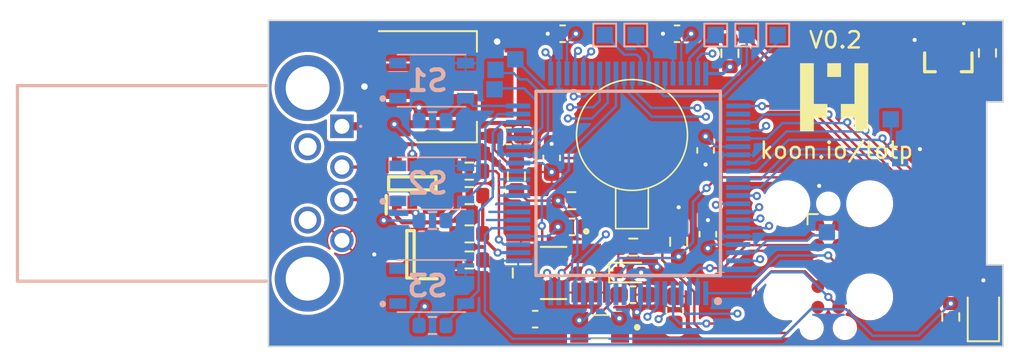
<source format=kicad_pcb>
(kicad_pcb (version 20221018) (generator pcbnew)
  (layers (0 "F.Cu" signal) (31 "B.Cu" signal) (34 "B.Paste" user) (35 "F.Paste" user) (36 "B.SilkS" user "B.Silkscreen") (37 "F.SilkS" user "F.Silkscreen") (38 "B.Mask" user) (39 "F.Mask" user) (44 "Edge.Cuts" user))
  (net 0 "")
  (net 10 "VBUS")
  (net 11 "+5V")
  (net 12 "GND")
  (net 13 "Net-(D1-ESD_I{slash}O_CH_1_1)")
  (net 14 "Net-(D1-ESD_I{slash}O_CH_2_2)")
  (net 15 "Net-(D2-K)")
  (net 16 "USB_ACT")
  (net 17 "+3.3V")
  (net 18 "/CPU/XTAL_RTC_X1")
  (net 19 "/CPU/XTAL_RTC_X2")
  (net 20 "/CPU/XTAL_X1")
  (net 21 "/CPU/XTAL_X2")
  (net 22 "/USB/USB_D+")
  (net 23 "/USB/USB_D-")
  (net 24 "TDO")
  (net 25 "TDI")
  (net 26 "TMS")
  (net 27 "TRST")
  (net 28 "TCK")
  (net 29 "VBAT")
  (net 30 "BOOT")
  (net 31 "USB_CONNECT")
  (net 32 "TRACE_CLK")
  (net 33 "TRACE_D0")
  (net 34 "TRACE_D1")
  (net 35 "TRACE_D2")
  (net 36 "TRACE_D3")
  (net 37 "Net-(Q1-Pad1)")
  (net 38 "Net-(Q1-Pad2)")
  (net 39 "unconnected-(IC1-P0[3]{slash}RXD0{slash}AD0[6]-Pad80)")
  (net 40 "unconnected-(IC1-P0[2]{slash}TXD0{slash}AD0[7]-Pad79)")
  (net 41 "unconnected-(IC1-P1[0]{slash}_ENET_TXD0-Pad76)")
  (net 42 "unconnected-(IC1-P1[1]{slash}_ENET_TXD1-Pad75)")
  (net 43 "unconnected-(IC1-P1[4]{slash}_ENET_TX_EN-Pad74)")
  (net 44 "unconnected-(IC1-P1[8]{slash}_ENET_CRS-Pad73)")
  (net 45 "unconnected-(IC1-P1[9]{slash}_ENET_RXD0-Pad72)")
  (net 46 "unconnected-(IC1-P1[10]{slash}_ENET_RXD1-Pad71)")
  (net 47 "unconnected-(IC1-P1[14]{slash}_ENET_RX_ER-Pad70)")
  (net 49 "unconnected-(IC1-P2[1]{slash}PWM1[2]{slash}_RXD1-Pad59)")
  (net 50 "unconnected-(IC1-P2[7]{slash}RD2{slash}_RTS1-Pad51)")
  (net 51 "unconnected-(IC1-P2[8]{slash}TD2{slash}_TXD2-Pad50)")
  (net 52 "unconnected-(IC1-P0[16]{slash}RXD1{slash}_SSEL0{slash}SSEL-Pad48)")
  (net 53 "unconnected-(IC1-P0[15]{slash}TXD1{slash}_SCK0{slash}SCK-Pad47)")
  (net 54 "unconnected-(IC1-P0[17]{slash}CTS1{slash}_MISO0{slash}MISO-Pad46)")
  (net 55 "unconnected-(IC1-P0[18]{slash}DCD1{slash}_MOSI0{slash}MOSI-Pad45)")
  (net 56 "unconnected-(IC1-P0[22]{slash}RTS1{slash}TD1-Pad44)")
  (net 57 "unconnected-(IC1-P0[0]{slash}RD1{slash}TXD3{slash}_SDA1-Pad37)")
  (net 58 "unconnected-(IC1-P1[29]{slash}MCOB2{slash}_PCAP1[1]{slash}_MAT0[1]-Pad36)")
  (net 59 "unconnected-(IC1-P1[28]{slash}MCOA2{slash}_PCAP1[0]{slash}_MAT0[0]-Pad35)")
  (net 60 "unconnected-(IC1-P1[26]{slash}MCOB1{slash}_PWM1[6]{slash}CAP0[0]-Pad32)")
  (net 61 "unconnected-(IC1-P1[25]{slash}MCOA1{slash}_MAT1[1]-Pad31)")
  (net 62 "unconnected-(IC1-P1[24]{slash}MCI2{slash}_PWM1[5]{slash}MOSI0-Pad30)")
  (net 63 "unconnected-(IC1-P1[23]{slash}MCI1{slash}_PWM1[4]{slash}MISO0-Pad29)")
  (net 64 "unconnected-(IC1-P1[22]{slash}MCOB0{slash}_USB_PWRD{slash}_MAT1[0]-Pad28)")
  (net 65 "unconnected-(IC1-P1[20]{slash}MCI0{slash}_PWM1[2]{slash}SCK0-Pad27)")
  (net 66 "unconnected-(IC1-P1[19]{slash}MCOA0{slash}~{USB_PPWR_CAP1[1]}-Pad26)")
  (net 68 "unconnected-(IC1-P0[26]{slash}AD0[3]{slash}_AOUT{slash}RXD3-Pad6)")
  (net 69 "Net-(Q2-Pad1)")
  (net 70 "LCD_BLK")
  (net 71 "LCD_MOSI")
  (net 72 "LCD_SCK")
  (net 73 "LCD_DC")
  (net 74 "LCD_RST")
  (net 75 "LCD_CS")
  (net 76 "/CPU/RSTN")
  (net 78 "Net-(U3-TRST)")
  (net 79 "/User/LCD_B")
  (net 80 "Net-(U1-LEDA)")
  (net 81 "unconnected-(IC1-P0[6]{slash}_I2SRX_SDA{slash}_SSEL1{slash}MAT2[0]-Pad64)")
  (net 82 "unconnected-(IC1-P0[25]{slash}AD0[2]{slash}_I2SRX__SDA{slash}_TXD3-Pad7)")
  (net 83 "unconnected-(IC1-P1[31]{slash}SCK1{slash}_AD0[5]-Pad17)")
  (net 84 "D+")
  (net 85 "D-")
  (net 90 "Net-(BT1-+)")
  (net 91 "USER_IO0")
  (net 92 "USER_IO1")
  (net 93 "USER_IO2")
  (footprint "Package_TO_SOT_SMD:SOT-223-3_TabPin2" (layer "F.Cu") (at 45.86 175.07)
    (fp_text reference "U2" hide)
    (fp_text value "AMS1117-3.3" hide)
  )
  (footprint "_itz:ST7735" (layer "F.Cu") (at 80.302 181 90)
    (fp_text reference "U1" hide)
    (fp_text value "st7735_mini_lcd" hide)
  )
  (footprint "_itz:MS621FE-FL11E" (layer "F.Cu") (at 57.27 178.03 -90)
    (fp_text reference "BT1" hide)
    (fp_text value "MS621FE-FL11E" hide)
  )
  (footprint "Resistor_SMD:R_0603_1608Metric" (layer "F.Cu") (at 79.05 173 90)
    (fp_text reference "R6" hide)
    (fp_text value "300" hide)
  )
  (footprint "LED_SMD:LED_0805_2012Metric" (layer "F.Cu") (at 78.8 189 90)
    (fp_text reference "D2" hide)
    (fp_text value "LED" hide)
  )
  (footprint "" (layer "F.Cu") (at 48.85 175.23)
    (fp_text reference "")
    (fp_text value "")
  )
  (footprint "" (layer "F.Cu") (at 73.7 179.46)
    (fp_text reference "")
    (fp_text value "")
  )
  (footprint "Capacitor_SMD:C_0603_1608Metric_Pad1.08x0.95mm_HandSolder" (layer "F.Cu") (at 61.92 184.12 -90)
    (fp_text reference "C10" hide)
    (fp_text value "100nF" hide)
  )
  (footprint "_SamacSys:SOT95P230X110-3N" (layer "F.Cu") (at 43.7 185.35 180)
    (fp_text reference "Q1" hide)
    (fp_text value "BC856A,215" hide)
  )
  (footprint "Capacitor_SMD:C_0603_1608Metric_Pad1.08x0.95mm_HandSolder" (layer "F.Cu") (at 51.338 189.33)
    (fp_text reference "C6" hide)
    (fp_text value "18pF" hide)
  )
  (footprint "Resistor_SMD:R_0603_1608Metric_Pad0.98x0.95mm_HandSolder" (layer "F.Cu") (at 60.13 184.58 -90)
    (fp_text reference "R10" hide)
    (fp_text value "10K" hide)
  )
  (footprint "Resistor_SMD:R_0603_1608Metric_Pad0.98x0.95mm_HandSolder" (layer "F.Cu") (at 57.35 184.91)
    (fp_text reference "R12" hide)
    (fp_text value "1.8K" hide)
  )
  (footprint "Capacitor_SMD:C_0603_1608Metric_Pad1.08x0.95mm_HandSolder" (layer "F.Cu") (at 49.71 178.09)
    (fp_text reference "C1" hide)
    (fp_text value "10uF" hide)
  )
  (footprint "Resistor_SMD:R_0603_1608Metric" (layer "F.Cu") (at 76.8 189.2 -90)
    (fp_text reference "R3" hide)
    (fp_text value "300" hide)
  )
  (footprint "Resistor_SMD:R_0603_1608Metric" (layer "F.Cu") (at 47.3 181.75)
    (fp_text reference "R2" hide)
    (fp_text value "33" hide)
  )
  (footprint "" (layer "F.Cu") (at 69.21 184)
    (fp_text reference "")
    (fp_text value "")
  )
  (footprint "Resistor_SMD:R_0603_1608Metric" (layer "F.Cu") (at 47.3 185.7)
    (fp_text reference "R7" hide)
    (fp_text value "1K" hide)
  )
  (footprint "_SamacSys:koon_logo" (layer "F.Cu") (at 69.65 175.71)
    (fp_text reference "G***" hide)
    (fp_text value "LOGO" hide)
  )
  (footprint "Resistor_SMD:R_0603_1608Metric" (layer "F.Cu") (at 63.27 173.02 -90)
    (fp_text reference "R9" hide)
    (fp_text value "1k" hide)
  )
  (footprint "Capacitor_SMD:C_0603_1608Metric_Pad1.08x0.95mm_HandSolder" (layer "F.Cu") (at 52.35 179.44 -90)
    (fp_text reference "C2" hide)
    (fp_text value "10uF" hide)
  )
  (footprint "_SamacSys:XTAL_ABM3B-12.000MHZ-B2-T" (layer "F.Cu") (at 52.468 186.4975 -90)
    (fp_text reference "Y2" hide)
    (fp_text value "ABM3B-12.000MHZ-B2-T" hide)
  )
  (footprint "Capacitor_SMD:C_0603_1608Metric_Pad1.08x0.95mm_HandSolder" (layer "F.Cu") (at 53.02 171.82)
    (fp_text reference "C9" hide)
    (fp_text value "100nF" hide)
  )
  (footprint "Diode_SMD:D_SOD-523" (layer "F.Cu") (at 57.1325 186.47)
    (fp_text reference "D3" hide)
    (fp_text value "D_Schottky" hide)
  )
  (footprint "Capacitor_SMD:C_0603_1608Metric_Pad1.08x0.95mm_HandSolder" (layer "F.Cu") (at 60.03 171.82)
    (fp_text reference "C8" hide)
    (fp_text value "100nF" hide)
  )
  (footprint "Capacitor_SMD:C_0603_1608Metric_Pad1.08x0.95mm_HandSolder" (layer "F.Cu") (at 61.78 178.98 90)
    (fp_text reference "C7" hide)
    (fp_text value "100nF" hide)
  )
  (footprint "Resistor_SMD:R_0603_1608Metric" (layer "F.Cu") (at 50.19 180.56 -90)
    (fp_text reference "R4" hide)
    (fp_text value "750" hide)
  )
  (footprint "Capacitor_SMD:C_0603_1608Metric_Pad1.08x0.95mm_HandSolder" (layer "F.Cu") (at 57.34 187.83)
    (fp_text reference "C4" hide)
    (fp_text value "18pF" hide)
  )
  (footprint "Resistor_SMD:R_0603_1608Metric" (layer "F.Cu") (at 47.3 184.1 180)
    (fp_text reference "R8" hide)
    (fp_text value "1.5K" hide)
  )
  (footprint "Resistor_SMD:R_0603_1608Metric" (layer "F.Cu") (at 53.57 182.06)
    (fp_text reference "R5" hide)
    (fp_text value "1000" hide)
  )
  (footprint "Resistor_SMD:R_0603_1608Metric" (layer "F.Cu") (at 47.3 180.25)
    (fp_text reference "R1" hide)
    (fp_text value "33" hide)
  )
  (footprint "_SamacSys:SOP95P275X110-6N" (layer "F.Cu") (at 43.8115 181 90)
    (fp_text reference "D1" hide)
    (fp_text value "IP4234CZ6,125" hide)
  )
  (footprint "Capacitor_SMD:C_0603_1608Metric_Pad1.08x0.95mm_HandSolder" (layer "F.Cu") (at 53.598 183.67 180)
    (fp_text reference "C5" hide)
    (fp_text value "18pF" hide)
  )
  (footprint "" (layer "F.Cu") (at 48.91 174.03)
    (fp_text reference "")
    (fp_text value "")
  )
  (footprint "_SamacSys:RN2425TE85LF" (layer "F.Cu") (at 76.65 173.4 180)
    (fp_text reference "Q2" hide)
    (fp_text value "RN2425_TE85L,F_" hide)
  )
  (footprint "" (layer "F.Cu") (at 50.12 173.39)
    (fp_text reference "")
    (fp_text value "")
  )
  (footprint "_SamacSys:ABS0716632768KHZT" (layer "F.Cu") (at 55.29 189.83 180)
    (fp_text reference "Y1" hide)
    (fp_text value "ABS07-32.768KHZ-T" hide)
  )
  (footprint "Connector:Tag-Connect_TC2050-IDC-FP_2x05_P1.27mm_Vertical" (layer "F.Cu") (at 69.295 186.06 -90)
    (fp_text reference "U3" hide)
    (fp_text value "TC2050" hide)
  )
  (footprint "" (layer "F.Cu") (at 73.12 177.07)
    (fp_text reference "")
    (fp_text value "")
  )
  (footprint "Capacitor_SMD:C_0603_1608Metric_Pad1.08x0.95mm_HandSolder" (layer "F.Cu") (at 59.89 188.79 90)
    (fp_text reference "C3" hide)
    (fp_text value "18pF" hide)
  )
  (footprint "Resistor_SMD:R_0603_1608Metric" (layer "B.Cu") (at 45.05 183.28)
    (fp_text reference "R13" hide)
    (fp_text value "1k" hide)
  )
  (footprint "TestPoint:TestPoint_Pad_1.0x1.0mm" (layer "B.Cu") (at 55.6 171.9 180)
    (fp_text reference "REF**" hide)
    (fp_text value "TestPoint_Pad_1.0x1.0mm" hide)
  )
  (footprint "TestPoint:TestPoint_Pad_1.0x1.0mm" (layer "B.Cu") (at 57.5 171.9 180)
    (fp_text reference "REF**" hide)
    (fp_text value "TestPoint_Pad_1.0x1.0mm" hide)
  )
  (footprint "_SamacSys:QFP50P1400X1400X160-80N" (layer "B.Cu") (at 57.038 181 90)
    (fp_text reference "IC1" hide)
    (fp_text value "LPC1756FBD80,551" hide)
  )
  (footprint "_SamacSys:PTS810SJG250SMTRLFS" (layer "B.Cu") (at 45 174.7)
    (fp_text reference "S1" hide)
    (fp_text value "PTS810SJK250SMTRLFS" hide)
  )
  (footprint "TestPoint:TestPoint_Pad_1.0x1.0mm" (layer "B.Cu") (at 64.3 171.9 180)
    (fp_text reference "REF**" hide)
    (fp_text value "TestPoint_Pad_1.0x1.0mm" hide)
  )
  (footprint "Resistor_SMD:R_0603_1608Metric" (layer "B.Cu") (at 45.05 189.72)
    (fp_text reference "R14" hide)
    (fp_text value "1k" hide)
  )
  (footprint "Resistor_SMD:R_0603_1608Metric" (layer "B.Cu") (at 45.05 177.15)
    (fp_text reference "R11" hide)
    (fp_text value "1k" hide)
  )
  (footprint "_SamacSys:PTS810SJG250SMTRLFS" (layer "B.Cu") (at 45 187.3)
    (fp_text reference "S3")
    (fp_text value "PTS810SJK250SMTRLFS" hide)
  )
  (footprint "TestPoint:TestPoint_Pad_1.0x1.0mm" (layer "B.Cu") (at 66.2 171.9 180)
    (fp_text reference "REF**" hide)
    (fp_text value "TestPoint_Pad_1.0x1.0mm" hide)
  )
  (footprint "_SamacSys:PTS810SJG250SMTRLFS" (layer "B.Cu") (at 45 181)
    (fp_text reference "S2")
    (fp_text value "PTS810SJK250SMTRLFS" hide)
  )
  (footprint "_SamacSys:MC32603" (layer "B.Cu") (at 39.5 177.5 90)
    (fp_text reference "J1" hide)
    (fp_text value "MC32603" hide)
  )
  (footprint "TestPoint:TestPoint_Pad_1.0x1.0mm" (layer "B.Cu") (at 62.4 171.9 180)
    (fp_text reference "REF**" hide)
    (fp_text value "TestPoint_Pad_1.0x1.0mm" hide)
  )
  (gr_line (start 80 176) (end 80 171) (stroke (width 0.1)) (layer "Edge.Cuts"))
  (gr_line (start 80 171) (end 35 171) (stroke (width 0.1)) (layer "Edge.Cuts"))
  (gr_line (start 80 191) (end 80 186) (stroke (width 0.1)) (layer "Edge.Cuts"))
  (gr_line (start 79 176) (end 80 176) (stroke (width 0.1)) (layer "Edge.Cuts"))
  (gr_line (start 35 191) (end 80 191) (stroke (width 0.1)) (layer "Edge.Cuts"))
  (gr_line (start 79 186) (end 79 176) (stroke (width 0.1)) (layer "Edge.Cuts"))
  (gr_line (start 35 171) (end 35 191) (stroke (width 0.1)) (layer "Edge.Cuts"))
  (gr_line (start 80 186) (end 79 186) (stroke (width 0.1)) (layer "Edge.Cuts"))
  (gr_text "koon.io/totp" (at 65.01 179.56) (layer "F.SilkS") (effects (font (size 1 1)) (justify left bottom)))
  (gr_text "V0.2" (at 68.02 172.79) (layer "F.SilkS") (effects (font (size 1 1)) (justify left bottom)))
  (segment (start 52.745 182.06) (end 50.865 182.06) (width 0.15) (layer "F.Cu") (net 10))
  (segment (start 50.865 182.06) (end 50.19 181.385) (width 0.15) (layer "F.Cu") (net 10))
  (via (at 52.745 182.06) (size 0.5) (drill 0.25) (layers "F.Cu" "B.Cu") (net 10))
  (segment (start 53.5995 185.705526) (end 53.92 185.385026) (width 0.15) (layer "B.Cu") (net 10))
  (segment (start 53.288 186.919963) (end 53.5995 186.608463) (width 0.15) (layer "B.Cu") (net 10))
  (segment (start 53.92 185.385026) (end 53.92 183.235) (width 0.15) (layer "B.Cu") (net 10))
  (segment (start 53.92 183.235) (end 52.745 182.06) (width 0.15) (layer "B.Cu") (net 10))
  (segment (start 53.5995 186.608463) (end 53.5995 185.705526) (width 0.15) (layer "B.Cu") (net 10))
  (segment (start 53.288 187.738) (end 53.288 186.919963) (width 0.15) (layer "B.Cu") (net 10))
  (segment (start 48.8475 178.9475) (end 48.8475 178.09) (width 0.15) (layer "F.Cu") (net 11))
  (segment (start 61.09 187.664784) (end 61.09 189.602463) (width 0.15) (layer "F.Cu") (net 11))
  (segment (start 68.35 188.6) (end 68.66 188.6) (width 0.15) (layer "F.Cu") (net 11))
  (segment (start 61.667537 190.18) (end 66.77 190.18) (width 0.15) (layer "F.Cu") (net 11))
  (segment (start 49.635 179.735) (end 48.8475 178.9475) (width 0.15) (layer "F.Cu") (net 11))
  (segment (start 61.09 189.602463) (end 61.667537 190.18) (width 0.15) (layer "F.Cu") (net 11))
  (segment (start 50.19 179.735) (end 49.635 179.735) (width 0.15) (layer "F.Cu") (net 11))
  (segment (start 39.5 177.5) (end 42.58 177.5) (width 0.5) (layer "F.Cu") (net 11))
  (segment (start 51.5 179.45) (end 57.36 179.45) (width 0.15) (layer "F.Cu") (net 11))
  (segment (start 46.48 177.37) (end 47.2 178.09) (width 0.5) (layer "F.Cu") (net 11))
  (segment (start 59.13 181.22) (end 59.13 185.704784) (width 0.15) (layer "F.Cu") (net 11))
  (segment (start 50.19 179.735) (end 51.215 179.735) (width 0.15) (layer "F.Cu") (net 11))
  (segment (start 57.36 179.45) (end 59.13 181.22) (width 0.15) (layer "F.Cu") (net 11))
  (segment (start 42.58 177.5) (end 42.71 177.37) (width 0.5) (layer "F.Cu") (net 11))
  (segment (start 42.71 177.37) (end 46.48 177.37) (width 0.5) (layer "F.Cu") (net 11))
  (segment (start 66.77 190.18) (end 68.35 188.6) (width 0.15) (layer "F.Cu") (net 11))
  (segment (start 51.215 179.735) (end 51.5 179.45) (width 0.15) (layer "F.Cu") (net 11))
  (segment (start 43.8115 179.688) (end 43.8115 179.176) (width 0.15) (layer "F.Cu") (net 11))
  (segment (start 47.2 178.09) (end 48.8475 178.09) (width 0.5) (layer "F.Cu") (net 11))
  (segment (start 59.13 185.704784) (end 61.09 187.664784) (width 0.15) (layer "F.Cu") (net 11))
  (segment (start 43.8115 179.176) (end 43.81 179.1745) (width 0.15) (layer "F.Cu") (net 11))
  (via (at 43.81 179.1745) (size 0.5) (drill 0.25) (layers "F.Cu" "B.Cu") (net 11))
  (via (at 42.71 177.37) (size 0.5) (drill 0.25) (layers "F.Cu" "B.Cu") (net 11))
  (segment (start 43.81 179.1745) (end 43.81 178.47) (width 0.15) (layer "B.Cu") (net 11))
  (segment (start 43.81 178.47) (end 42.71 177.37) (width 0.15) (layer "B.Cu") (net 11))
  (segment (start 77 180.3) (end 75.401992 180.3) (width 0.15) (layer "F.Cu") (net 12))
  (segment (start 43.8115 182.618002) (end 44.011998 182.8185) (width 0.15) (layer "F.Cu") (net 12))
  (segment (start 43.8115 182.312) (end 43.8115 182.618002) (width 0.15) (layer "F.Cu") (net 12))
  (via (at 44.011998 182.8185) (size 0.5) (drill 0.25) (layers "F.Cu" "B.Cu") (net 12))
  (via (at 53.8325 171.82) (size 0.5) (drill 0.25) (layers "F.Cu" "B.Cu") (net 12))
  (via (at 61.78 178.1175) (size 0.5) (drill 0.25) (layers "F.Cu" "B.Cu") (net 12))
  (via (at 52.35 180.3025) (size 0.5) (drill 0.25) (layers "F.Cu" "B.Cu") (net 12))
  (via (at 57.576026 188.903286) (size 0.5) (drill 0.25) (layers "F.Cu" "B.Cu") (net 12))
  (via (at 44.57 188.55) (size 0.5) (drill 0.25) (layers "F.Cu" "B.Cu") (net 12))
  (via (at 58.80173 186.11827) (size 0.5) (drill 0.25) (layers "F.Cu" "B.Cu") (net 12))
  (via (at 44.22 176.35) (size 0.5) (drill 0.25) (layers "F.Cu" "B.Cu") (net 12))
  (via (at 61.92 184.9825) (size 0.5) (drill 0.25) (layers "F.Cu" "B.Cu") (net 12))
  (via (at 52.7355 183.67) (size 0.5) (drill 0.25) (layers "F.Cu" "B.Cu") (net 12))
  (via (at 42.06 183.27) (size 0.5) (drill 0.25) (layers "F.Cu" "B.Cu") (net 12))
  (via (at 60.8925 171.82) (size 0.5) (drill 0.25) (layers "F.Cu" "B.Cu") (net 12))
  (segment (start 52.1555 184.25) (end 52.7355 183.67) (width 0.15) (layer "B.Cu") (net 12))
  (segment (start 58.80173 186.11827) (end 58.62346 185.94) (width 0.15) (layer "B.Cu") (net 12))
  (segment (start 44.225 189.72) (end 44.225 188.895) (width 0.15) (layer "B.Cu") (net 12))
  (segment (start 60.288 174.262) (end 60.288 172.4245) (width 0.127) (layer "B.Cu") (net 12))
  (segment (start 57.09 185.94) (end 56.288 186.742) (width 0.15) (layer "B.Cu") (net 12))
  (segment (start 62.1525 184.75) (end 61.92 184.9825) (width 0.15) (layer "B.Cu") (net 12))
  (segment (start 57.576026 188.903286) (end 57.788 188.691312) (width 0.15) (layer "B.Cu") (net 12))
  (segment (start 62.4125 178.75) (end 61.78 178.1175) (width 0.15) (layer "B.Cu") (net 12))
  (segment (start 58.62346 185.94) (end 57.09 185.94) (width 0.15) (layer "B.Cu") (net 12))
  (segment (start 42.07 183.28) (end 44.225 183.28) (width 0.15) (layer "B.Cu") (net 12))
  (segment (start 56.288 186.742) (end 56.288 187.738) (width 0.15) (layer "B.Cu") (net 12))
  (segment (start 60.288 172.4245) (end 60.8925 171.82) (width 0.127) (layer "B.Cu") (net 12))
  (segment (start 50.3 179.75) (end 51.7975 179.75) (width 0.127) (layer "B.Cu") (net 12))
  (segment (start 63.776 178.75) (end 62.4125 178.75) (width 0.15) (layer "B.Cu") (net 12))
  (segment (start 57.788 188.691312) (end 57.788 187.738) (width 0.15) (layer "B.Cu") (net 12))
  (segment (start 44.225 177.15) (end 44.225 176.355) (width 0.15) (layer "B.Cu") (net 12))
  (segment (start 44.011998 183.066998) (end 44.225 183.28) (width 0.15) (layer "B.Cu") (net 12))
  (segment (start 63.776 184.75) (end 62.1525 184.75) (width 0.15) (layer "B.Cu") (net 12))
  (segment (start 53.288 172.3645) (end 53.288 174.262) (width 0.127) (layer "B.Cu") (net 12))
  (segment (start 42.06 183.27) (end 42.07 183.28) (width 0.15) (layer "B.Cu") (net 12))
  (segment (start 51.7975 179.75) (end 52.35 180.3025) (width 0.127) (layer "B.Cu") (net 12))
  (segment (start 44.011998 182.8185) (end 44.011998 183.066998) (width 0.15) (layer "B.Cu") (net 12))
  (segment (start 44.225 176.355) (end 44.22 176.35) (width 0.15) (layer "B.Cu") (net 12))
  (segment (start 50.3 184.25) (end 52.1555 184.25) (width 0.15) (layer "B.Cu") (net 12))
  (segment (start 44.225 188.895) (end 44.57 188.55) (width 0.15) (layer "B.Cu") (net 12))
  (segment (start 53.8325 171.82) (end 53.288 172.3645) (width 0.127) (layer "B.Cu") (net 12))
  (segment (start 46.475 182.525) (end 46.475 181.75) (width 0.25) (layer "F.Cu") (net 13))
  (segment (start 43.193 183.393) (end 45.607 183.393) (width 0.25) (layer "F.Cu") (net 13))
  (segment (start 42.8615 182.312) (end 42.8615 183.0615) (width 0.25) (layer "F.Cu") (net 13))
  (segment (start 42.8615 183.0615) (end 43.193 183.393) (width 0.25) (layer "F.Cu") (net 13))
  (segment (start 45.607 183.393) (end 46.475 182.525) (width 0.25) (layer "F.Cu") (net 13))
  (segment (start 42.8615 178.9385) (end 43.2 178.6) (width 0.25) (layer "F.Cu") (net 14))
  (segment (start 42.8615 179.688) (end 42.8615 178.9385) (width 0.25) (layer "F.Cu") (net 14))
  (segment (start 46.475 179.475) (end 46.475 180.25) (width 0.25) (layer "F.Cu") (net 14))
  (segment (start 43.2 178.6) (end 45.6 178.6) (width 0.25) (layer "F.Cu") (net 14))
  (segment (start 45.6 178.6) (end 46.475 179.475) (width 0.25) (layer "F.Cu") (net 14))
  (segment (start 78.8 189.9375) (end 76.8875 189.9375) (width 0.15) (layer "F.Cu") (net 15))
  (segment (start 76.8875 189.9375) (end 76.8 190.025) (width 0.15) (layer "F.Cu") (net 15))
  (via (at 76.8 188.375) (size 0.5) (drill 0.25) (layers "F.Cu" "B.Cu") (net 16))
  (segment (start 66.42 190.53) (end 68.23 188.72) (width 0.15) (layer "B.Cu") (net 16))
  (segment (start 48.26 188.84) (end 49.95 190.53) (width 0.15) (layer "B.Cu") (net 16))
  (segment (start 48.26 184.16) (end 48.26 188.84) (width 0.15) (layer "B.Cu") (net 16))
  (segment (start 70.39 188.72) (end 72.02 190.35) (width 0.15) (layer "B.Cu") (net 16))
  (segment (start 49.95 190.53) (end 66.42 190.53) (width 0.15) (layer "B.Cu") (net 16))
  (segment (start 72.02 190.35) (end 74.825 190.35) (width 0.15) (layer "B.Cu") (net 16))
  (segment (start 68.23 188.72) (end 70.39 188.72) (width 0.15) (layer "B.Cu") (net 16))
  (segment (start 48.67 183.75) (end 48.26 184.16) (width 0.15) (layer "B.Cu") (net 16))
  (segment (start 74.825 190.35) (end 76.8 188.375) (width 0.15) (layer "B.Cu") (net 16))
  (segment (start 50.3 183.75) (end 48.67 183.75) (width 0.15) (layer "B.Cu") (net 16))
  (segment (start 68.39 183.25) (end 68.66 183.52) (width 0.15) (layer "F.Cu") (net 17))
  (segment (start 42.71 175.07) (end 49.01 175.07) (width 0.5) (layer "F.Cu") (net 17))
  (segment (start 49.01 175.07) (end 49.01 172.3) (width 0.5) (layer "F.Cu") (net 17))
  (segment (start 78.8 186.95) (end 78.8 188.0625) (width 0.15) (layer "F.Cu") (net 17))
  (segment (start 41.49 185.35) (end 41.48 185.36) (width 0.15) (layer "F.Cu") (net 17))
  (segment (start 60.13 183.6675) (end 60.13 182.47) (width 0.15) (layer "F.Cu") (net 17))
  (segment (start 42.6 185.35) (end 41.49 185.35) (width 0.15) (layer "F.Cu") (net 17))
  (segment (start 75.7 172.2) (end 74.59 172.2) (width 0.15) (layer "F.Cu") (net 17))
  (segment (start 40.89 175.07) (end 40.88 175.06) (width 0.5) (layer "F.Cu") (net 17))
  (segment (start 68.39 181.5045) (end 68.39 183.25) (width 0.15) (layer "F.Cu") (net 17))
  (segment (start 68.74 181.1545) (end 68.39 181.5045) (width 0.15) (layer "F.Cu") (net 17))
  (segment (start 77 178.9) (end 74.91 178.9) (width 0.15) (layer "F.Cu") (net 17))
  (segment (start 42.71 175.07) (end 40.89 175.07) (width 0.5) (layer "F.Cu") (net 17))
  (via (at 40.88 175.06) (size 0.8) (drill 0.4) (layers "F.Cu" "B.Cu") (net 17))
  (via (at 57.8325 186.47) (size 0.5) (drill 0.25) (layers "F.Cu" "B.Cu") (net 17))
  (via (at 41.48 185.36) (size 0.5) (drill 0.25) (layers "F.Cu" "B.Cu") (net 17))
  (via (at 78.8 186.95) (size 0.5) (drill 0.25) (layers "F.Cu" "B.Cu") (net 17))
  (via (at 74.59 172.2) (size 0.5) (drill 0.25) (layers "F.Cu" "B.Cu") (net 17))
  (via (at 49.01 172.3) (size 0.8) (drill 0.4) (layers "F.Cu" "B.Cu") (net 17))
  (via (at 60.13 182.47) (size 0.5) (drill 0.25) (layers "F.Cu" "B.Cu") (net 17))
  (via (at 59.1675 171.82) (size 0.5) (drill 0.25) (layers "F.Cu" "B.Cu") (net 17))
  (via (at 74.91 178.9) (size 0.5) (drill 0.25) (layers "F.Cu" "B.Cu") (net 17))
  (via (at 68.74 181.1545) (size 0.5) (drill 0.25) (layers "F.Cu" "B.Cu") (net 17))
  (via (at 61.92 183.2575) (size 0.5) (drill 0.25) (layers "F.Cu" "B.Cu") (net 17))
  (via (at 61.78 179.8425) (size 0.5) (drill 0.25) (layers "F.Cu" "B.Cu") (net 17))
  (via (at 52.1075 171.82) (size 0.5) (drill 0.25) (layers "F.Cu" "B.Cu") (net 17))
  (via (at 52.35 178.5775) (size 0.5) (drill 0.25) (layers "F.Cu" "B.Cu") (net 17))
  (segment (start 52.1075 171.82) (end 52.788 172.5005) (width 0.127) (layer "B.Cu") (net 17))
  (segment (start 63.776 179.25) (end 62.3725 179.25) (width 0.15) (layer "B.Cu") (net 17))
  (segment (start 58.288 186.9255) (end 57.8325 186.47) (width 0.15) (layer "B.Cu") (net 17))
  (segment (start 52.788 172.5005) (end 52.788 174.262) (width 0.127) (layer "B.Cu") (net 17))
  (segment (start 51.6775 179.25) (end 52.35 178.5775) (width 0.127) (layer "B.Cu") (net 17))
  (segment (start 62.9125 184.25) (end 61.92 183.2575) (width 0.15) (layer "B.Cu") (net 17))
  (segment (start 59.788 174.262) (end 59.788 172.4405) (width 0.127) (layer "B.Cu") (net 17))
  (segment (start 59.788 172.4405) (end 59.1675 171.82) (width 0.127) (layer "B.Cu") (net 17))
  (segment (start 63.776 184.25) (end 62.9125 184.25) (width 0.15) (layer "B.Cu") (net 17))
  (segment (start 62.3725 179.25) (end 61.78 179.8425) (width 0.15) (layer "B.Cu") (net 17))
  (segment (start 58.288 187.738) (end 58.288 186.9255) (width 0.15) (layer "B.Cu") (net 17))
  (segment (start 50.3 179.25) (end 51.6775 179.25) (width 0.127) (layer "B.Cu") (net 17))
  (segment (start 56.54 189.32) (end 56.5 189.28) (width 0.15) (layer "F.Cu") (net 18))
  (segment (start 59.89 189.6525) (end 59.68972 189.85278) (width 0.15) (layer "F.Cu") (net 18))
  (segment (start 56.5 189.28) (end 56.56 189.34) (width 0.15) (layer "F.Cu") (net 18))
  (segment (start 56.56278 189.85278) (end 56.54 189.83) (width 0.15) (layer "F.Cu") (net 18))
  (segment (start 59.68972 189.85278) (end 56.56278 189.85278) (width 0.15) (layer "F.Cu") (net 18))
  (segment (start 56.56 189.34) (end 56.56 189.85) (width 0.15) (layer "F.Cu") (net 18))
  (segment (start 56.54 189.83) (end 56.54 189.32) (width 0.15) (layer "F.Cu") (net 18))
  (via (at 56.5 189.28) (size 0.5) (drill 0.25) (layers "F.Cu" "B.Cu") (net 18))
  (segment (start 55.788 188.6755) (end 55.788 187.738) (width 0.15) (layer "B.Cu") (net 18))
  (segment (start 56.3925 189.28) (end 55.788 188.6755) (width 0.15) (layer "B.Cu") (net 18))
  (segment (start 56.5 189.28) (end 56.3925 189.28) (width 0.15) (layer "B.Cu") (net 18))
  (segment (start 54.04 189.83) (end 54.4775 189.83) (width 0.15) (layer "F.Cu") (net 19))
  (segment (start 54.4775 189.83) (end 56.4775 187.83) (width 0.15) (layer "F.Cu") (net 19))
  (segment (start 54.04 189.83) (end 54.04 189.4) (width 0.15) (layer "F.Cu") (net 19))
  (segment (start 56.37 187.83) (end 56.4775 187.83) (width 0.15) (layer "F.Cu") (net 19))
  (segment (start 54.04 189.4) (end 54.37 189.4) (width 0.15) (layer "F.Cu") (net 19))
  (via (at 54.04 189.4) (size 0.5) (drill 0.25) (layers "F.Cu" "B.Cu") (net 19))
  (segment (start 54.04 189.4) (end 54.29 189.4) (width 0.15) (layer "B.Cu") (net 19))
  (segment (start 54.788 188.902) (end 54.788 187.738) (width 0.15) (layer "B.Cu") (net 19))
  (segment (start 54.29 189.4) (end 54.788 188.902) (width 0.15) (layer "B.Cu") (net 19))
  (segment (start 54.468 185.2975) (end 54.468 183.6775) (width 0.15) (layer "F.Cu") (net 20))
  (segment (start 54.168 185.2975) (end 52.968 186.4975) (width 0.15) (layer "F.Cu") (net 20))
  (segment (start 54.468 183.6775) (end 54.4605 183.67) (width 0.15) (layer "F.Cu") (net 20))
  (segment (start 54.468 185.2975) (end 54.168 185.2975) (width 0.15) (layer "F.Cu") (net 20))
  (via (at 52.968 186.4975) (size 0.5) (drill 0.25) (layers "F.Cu" "B.Cu") (net 20))
  (segment (start 52.788 186.6775) (end 52.968 186.4975) (width 0.15) (layer "B.Cu") (net 20))
  (segment (start 52.788 187.7355) (end 52.788 186.6775) (width 0.15) (layer "B.Cu") (net 20))
  (segment (start 50.468 187.6975) (end 50.868 187.6975) (width 0.15) (layer "F.Cu") (net 21))
  (segment (start 50.868 187.6975) (end 52.068 186.4975) (width 0.15) (layer "F.Cu") (net 21))
  (segment (start 50.468 187.6975) (end 50.468 189.3225) (width 0.15) (layer "F.Cu") (net 21))
  (segment (start 50.468 189.3225) (end 50.4755 189.33) (width 0.15) (layer "F.Cu") (net 21))
  (via (at 52.068 186.4975) (size 0.5) (drill 0.25) (layers "F.Cu" "B.Cu") (net 21))
  (segment (start 52.288 186.7175) (end 52.068 186.4975) (width 0.15) (layer "B.Cu") (net 21))
  (segment (start 52.288 187.7355) (end 52.288 186.7175) (width 0.15) (layer "B.Cu") (net 21))
  (segment (start 41.9 181.3) (end 44.274 181.3) (width 0.2) (layer "F.Cu") (net 22))
  (segment (start 41.2 182) (end 41.9 181.3) (width 0.2) (layer "F.Cu") (net 22))
  (segment (start 44.274 181.3) (end 44.7615 181.7875) (width 0.2) (layer "F.Cu") (net 22))
  (segment (start 44.7615 181.7875) (end 44.7615 182.3) (width 0.2) (layer "F.Cu") (net 22))
  (segment (start 39.5 182) (end 41.2 182) (width 0.2) (layer "F.Cu") (net 22))
  (segment (start 44.7615 179.676) (end 44.7615 180.3645) (width 0.2) (layer "F.Cu") (net 23))
  (segment (start 44.7615 180.3645) (end 44.426 180.7) (width 0.2) (layer "F.Cu") (net 23))
  (segment (start 41.9 180.7) (end 41.2 180) (width 0.2) (layer "F.Cu") (net 23))
  (segment (start 44.426 180.7) (end 41.9 180.7) (width 0.2) (layer "F.Cu") (net 23))
  (segment (start 41.2 180) (end 39.5 180) (width 0.2) (layer "F.Cu") (net 23))
  (segment (start 69.93 188.6) (end 69.3 187.97) (width 0.15) (layer "F.Cu") (net 24))
  (via (at 69.3 187.97) (size 0.5) (drill 0.25) (layers "F.Cu" "B.Cu") (net 24))
  (segment (start 64.452 187.738) (end 61.788 187.738) (width 0.15) (layer "B.Cu") (net 24))
  (segment (start 69.3 187.97) (end 67.78255 186.45255) (width 0.15) (layer "B.Cu") (net 24))
  (segment (start 65.73745 186.45255) (end 64.452 187.738) (width 0.15) (layer "B.Cu") (net 24))
  (segment (start 67.78255 186.45255) (end 65.73745 186.45255) (width 0.15) (layer "B.Cu") (net 24))
  (segment (start 69.93 186.06) (end 69.29 185.42) (width 0.15) (layer "F.Cu") (net 25))
  (via (at 69.29 185.42) (size 0.5) (drill 0.25) (layers "F.Cu" "B.Cu") (net 25))
  (segment (start 66.235 185.425) (end 69.285 185.425) (width 0.15) (layer "B.Cu") (net 25))
  (segment (start 61.288 187.738) (end 61.288 186.8005) (width 0.15) (layer "B.Cu") (net 25))
  (segment (start 61.363 186.7255) (end 64.9345 186.7255) (width 0.15) (layer "B.Cu") (net 25))
  (segment (start 64.9345 186.7255) (end 66.235 185.425) (width 0.15) (layer "B.Cu") (net 25))
  (segment (start 61.288 186.8005) (end 61.363 186.7255) (width 0.15) (layer "B.Cu") (net 25))
  (segment (start 69.285 185.425) (end 69.29 185.42) (width 0.15) (layer "B.Cu") (net 25))
  (segment (start 62.859 186.201) (end 64.27 184.79) (width 0.15) (layer "F.Cu") (net 26))
  (segment (start 62.04 186.201) (end 62.859 186.201) (width 0.15) (layer "F.Cu") (net 26))
  (segment (start 64.27 184.79) (end 68.66 184.79) (width 0.15) (layer "F.Cu") (net 26))
  (via (at 62.04 186.201) (size 0.5) (drill 0.25) (layers "F.Cu" "B.Cu") (net 26))
  (segment (start 60.788 186.805525) (end 60.788 187.738) (width 0.15) (layer "B.Cu") (net 26))
  (segment (start 61.393525 186.2) (end 60.788 186.805525) (width 0.15) (layer "B.Cu") (net 26))
  (segment (start 62.039 186.2) (end 61.393525 186.2) (width 0.15) (layer "B.Cu") (net 26))
  (segment (start 62.04 186.201) (end 62.039 186.2) (width 0.15) (layer "B.Cu") (net 26))
  (via (at 63.73 188.99) (size 0.5) (drill 0.25) (layers "F.Cu" "B.Cu") (net 27))
  (segment (start 63.73 188.99) (end 63.72 189) (width 0.15) (layer "B.Cu") (net 27))
  (segment (start 63.72 189) (end 60.6125 189) (width 0.15) (layer "B.Cu") (net 27))
  (segment (start 60.6125 189) (end 60.288 188.6755) (width 0.15) (layer "B.Cu") (net 27))
  (segment (start 60.288 188.6755) (end 60.288 187.738) (width 0.15) (layer "B.Cu") (net 27))
  (segment (start 68.66 187.19) (end 67.87 186.4) (width 0.15) (layer "F.Cu") (net 28))
  (segment (start 65.82 186.4) (end 64.88 187.34) (width 0.15) (layer "F.Cu") (net 28))
  (segment (start 68.66 187.33) (end 68.66 187.19) (width 0.15) (layer "F.Cu") (net 28))
  (segment (start 64.88 188.88) (end 64.16 189.6) (width 0.15) (layer "F.Cu") (net 28))
  (segment (start 64.16 189.6) (end 61.83 189.6) (width 0.15) (layer "F.Cu") (net 28))
  (segment (start 64.88 187.34) (end 64.88 188.88) (width 0.15) (layer "F.Cu") (net 28))
  (segment (start 67.87 186.4) (end 65.82 186.4) (width 0.15) (layer "F.Cu") (net 28))
  (via (at 61.83 189.6) (size 0.5) (drill 0.25) (layers "F.Cu" "B.Cu") (net 28))
  (segment (start 61.83 189.6) (end 60.22 189.6) (width 0.15) (layer "B.Cu") (net 28))
  (segment (start 60.22 189.6) (end 59.788 189.168) (width 0.15) (layer "B.Cu") (net 28))
  (segment (start 59.788 189.168) (end 59.788 187.738) (width 0.15) (layer "B.Cu") (net 28))
  (segment (start 56.4325 184.915) (end 56.4375 184.91) (width 0.127) (layer "F.Cu") (net 29))
  (segment (start 56.4325 186.47) (end 56.4325 184.915) (width 0.127) (layer "F.Cu") (net 29))
  (segment (start 56.4325 186.47) (end 54.64 186.47) (width 0.127) (layer "F.Cu") (net 29))
  (via (at 54.64 186.47) (size 0.5) (drill 0.25) (layers "F.Cu" "B.Cu") (net 29))
  (segment (start 54.288 186.822) (end 54.64 186.47) (width 0.127) (layer "B.Cu") (net 29))
  (segment (start 54.288 187.738) (end 54.288 186.822) (width 0.127) (layer "B.Cu") (net 29))
  (via (at 51.97 172.96) (size 0.5) (drill 0.25) (layers "F.Cu" "B.Cu") (net 30))
  (segment (start 52.288 173.278) (end 51.97 172.96) (width 0.15) (layer "B.Cu") (net 30))
  (segment (start 52.288 174.262) (end 52.288 173.278) (width 0.15) (layer "B.Cu") (net 30))
  (segment (start 51.7485 183.61) (end 51.77 183.6315) (width 0.15) (layer "F.Cu") (net 31))
  (segment (start 48.125 185.7) (end 48.765 186.34) (width 0.15) (layer "F.Cu") (net 31))
  (segment (start 51.77 185.92) (end 51.35 186.34) (width 0.15) (layer "F.Cu") (net 31))
  (segment (start 51.77 183.6315) (end 51.77 185.92) (width 0.15) (layer "F.Cu") (net 31))
  (segment (start 51.35 186.34) (end 48.765 186.34) (width 0.15) (layer "F.Cu") (net 31))
  (via (at 51.7485 183.61) (size 0.5) (drill 0.25) (layers "F.Cu" "B.Cu") (net 31))
  (segment (start 56.288 176.262) (end 56.288 174.262) (width 0.15) (layer "B.Cu") (net 31))
  (segment (start 53.4 179.15) (end 56.288 176.262) (width 0.15) (layer "B.Cu") (net 31))
  (segment (start 51.7485 181.8415) (end 53.4 180.19) (width 0.15) (layer "B.Cu") (net 31))
  (segment (start 53.4 180.19) (end 53.4 179.15) (width 0.15) (layer "B.Cu") (net 31))
  (segment (start 51.7485 183.61) (end 51.7485 181.8415) (width 0.15) (layer "B.Cu") (net 31))
  (segment (start 57.788 173.3245) (end 57.5635 173.1) (width 0.15) (layer "B.Cu") (net 32))
  (segment (start 57.5635 173.1) (end 56.8 173.1) (width 0.15) (layer "B.Cu") (net 32))
  (segment (start 57.788 174.262) (end 57.788 173.3245) (width 0.15) (layer "B.Cu") (net 32))
  (segment (start 56.8 173.1) (end 55.6 171.9) (width 0.15) (layer "B.Cu") (net 32))
  (segment (start 58.288 173.088) (end 57.5 172.3) (width 0.15) (layer "B.Cu") (net 33))
  (segment (start 57.5 172.3) (end 57.5 171.9) (width 0.15) (layer "B.Cu") (net 33))
  (segment (start 58.288 174.262) (end 58.288 173.088) (width 0.15) (layer "B.Cu") (net 33))
  (segment (start 62.874975 175.65) (end 66.2 172.324974) (width 0.15) (layer "B.Cu") (net 34))
  (segment (start 59.243526 175.65) (end 62.874975 175.65) (width 0.15) (layer "B.Cu") (net 34))
  (segment (start 58.788 174.262) (end 58.788 175.194474) (width 0.15) (layer "B.Cu") (net 34))
  (segment (start 66.2 172.324974) (end 66.2 171.9) (width 0.15) (layer "B.Cu") (net 34))
  (segment (start 58.788 175.194474) (end 59.243526 175.65) (width 0.15) (layer "B.Cu") (net 34))
  (segment (start 62.73 175.3) (end 64.3 173.73) (width 0.15) (layer "B.Cu") (net 35))
  (segment (start 59.288 174.262) (end 59.288 175.1995) (width 0.15) (layer "B.Cu") (net 35))
  (segment (start 59.288 175.1995) (end 59.3885 175.3) (width 0.15) (layer "B.Cu") (net 35))
  (segment (start 59.3885 175.3) (end 62.73 175.3) (width 0.15) (layer "B.Cu") (net 35))
  (segment (start 64.3 173.73) (end 64.3 171.9) (width 0.15) (layer "B.Cu") (net 35))
  (segment (start 60.788 174.262) (end 60.788 173.312) (width 0.15) (layer "B.Cu") (net 36))
  (segment (start 60.788 173.312) (end 62.2 171.9) (width 0.15) (layer "B.Cu") (net 36))
  (segment (start 62.2 171.9) (end 62.4 171.9) (width 0.15) (layer "B.Cu") (net 36))
  (segment (start 45.3 186.3) (end 44.8 186.3) (width 0.25) (layer "F.Cu") (net 37))
  (segment (start 45.9 185.7) (end 45.3 186.3) (width 0.25) (layer "F.Cu") (net 37))
  (segment (start 46.475 185.7) (end 45.9 185.7) (width 0.25) (layer "F.Cu") (net 37))
  (segment (start 44.8 184.4) (end 45.3 184.4) (width 0.25) (layer "F.Cu") (net 38))
  (segment (start 45.3 184.4) (end 45.6 184.1) (width 0.25) (layer "F.Cu") (net 38))
  (segment (start 45.6 184.1) (end 46.475 184.1) (width 0.25) (layer "F.Cu") (net 38))
  (via (at 65.12 185.65) (size 0.5) (drill 0.25) (layers "F.Cu" "B.Cu") (net 39))
  (segment (start 63.776 185.75) (end 65.02 185.75) (width 0.15) (layer "B.Cu") (net 39))
  (segment (start 65.02 185.75) (end 65.12 185.65) (width 0.15) (layer "B.Cu") (net 39))
  (segment (start 64.777537 185.25) (end 65.517537 184.51) (width 0.15) (layer "B.Cu") (net 40))
  (segment (start 65.517537 184.51) (end 68 184.51) (width 0.15) (layer "B.Cu") (net 40))
  (segment (start 68.32 184.19) (end 69.2 184.19) (width 0.15) (layer "B.Cu") (net 40))
  (segment (start 63.776 185.25) (end 64.777537 185.25) (width 0.15) (layer "B.Cu") (net 40))
  (segment (start 68 184.51) (end 68.32 184.19) (width 0.15) (layer "B.Cu") (net 40))
  (via (at 65.67 183.61) (size 0.5) (drill 0.25) (layers "F.Cu" "B.Cu") (net 41))
  (segment (start 65.67 183.61) (end 65.53 183.75) (width 0.15) (layer "B.Cu") (net 41))
  (segment (start 65.53 183.75) (end 63.776 183.75) (width 0.15) (layer "B.Cu") (net 41))
  (via (at 65.138646 183.155065) (size 0.5) (drill 0.25) (layers "F.Cu" "B.Cu") (net 42))
  (segment (start 65.138646 183.155065) (end 65.043711 183.25) (width 0.15) (layer "B.Cu") (net 42))
  (segment (start 65.043711 183.25) (end 63.776 183.25) (width 0.15) (layer "B.Cu") (net 42))
  (via (at 65.06 182.46) (size 0.5) (drill 0.25) (layers "F.Cu" "B.Cu") (net 43))
  (segment (start 63.776 182.75) (end 64.739789 182.75) (width 0.15) (layer "B.Cu") (net 43))
  (segment (start 65.029789 182.46) (end 65.06 182.46) (width 0.15) (layer "B.Cu") (net 43))
  (segment (start 64.739789 182.75) (end 65.029789 182.46) (width 0.15) (layer "B.Cu") (net 43))
  (via (at 62.413958 182.320163) (size 0.5) (drill 0.25) (layers "F.Cu" "B.Cu") (net 44))
  (segment (start 62.484121 182.25) (end 62.413958 182.320163) (width 0.15) (layer "B.Cu") (net 44))
  (segment (start 63.776 182.25) (end 62.484121 182.25) (width 0.15) (layer "B.Cu") (net 44))
  (via (at 64.92 181.7745) (size 0.5) (drill 0.25) (layers "F.Cu" "B.Cu") (net 45))
  (segment (start 64.8955 181.75) (end 64.92 181.7745) (width 0.15) (layer "B.Cu") (net 45))
  (segment (start 63.776 181.75) (end 64.8955 181.75) (width 0.15) (layer "B.Cu") (net 45))
  (segment (start 67.15 179.25) (end 72.44 179.25) (width 0.15) (layer "B.Cu") (net 46))
  (segment (start 65.15 181.25) (end 67.15 179.25) (width 0.15) (layer "B.Cu") (net 46))
  (segment (start 72.65 179.46) (end 72.44 179.25) (width 0.15) (layer "B.Cu") (net 46))
  (segment (start 63.776 181.25) (end 65.15 181.25) (width 0.15) (layer "B.Cu") (net 46))
  (segment (start 73.7 179.46) (end 72.65 179.46) (width 0.15) (layer "B.Cu") (net 46))
  (segment (start 73.145 178.457463) (end 73.145 177.095) (width 0.15) (layer "B.Cu") (net 47))
  (segment (start 67 178.9) (end 72.702463 178.9) (width 0.15) (layer "B.Cu") (net 47))
  (segment (start 72.702463 178.9) (end 73.145 178.457463) (width 0.15) (layer "B.Cu") (net 47))
  (segment (start 63.776 180.75) (end 65.15 180.75) (width 0.15) (layer "B.Cu") (net 47))
  (segment (start 65.15 180.75) (end 67 178.9) (width 0.15) (layer "B.Cu") (net 47))
  (segment (start 73.145 177.095) (end 73.12 177.07) (width 0.15) (layer "B.Cu") (net 47))
  (via (at 62.2 173.04) (size 0.5) (drill 0.25) (layers "F.Cu" "B.Cu") (net 49))
  (segment (start 61.288 174.262) (end 61.288 173.3245) (width 0.15) (layer "B.Cu") (net 49))
  (segment (start 61.288 173.3245) (end 61.5725 173.04) (width 0.15) (layer "B.Cu") (net 49))
  (segment (start 61.5725 173.04) (end 62.2 173.04) (width 0.15) (layer "B.Cu") (net 49))
  (via (at 61.28 176.37) (size 0.5) (drill 0.25) (layers "F.Cu" "B.Cu") (net 50))
  (segment (start 57.288 174.262) (end 57.288 175.1995) (width 0.15) (layer "B.Cu") (net 50))
  (segment (start 58.4585 176.37) (end 61.28 176.37) (width 0.15) (layer "B.Cu") (net 50))
  (segment (start 57.288 175.1995) (end 58.4585 176.37) (width 0.15) (layer "B.Cu") (net 50))
  (via (at 61.8 176.91) (size 0.5) (drill 0.25) (layers "F.Cu" "B.Cu") (net 51))
  (segment (start 56.788 174.262) (end 56.788 175.194474) (width 0.15) (layer "B.Cu") (net 51))
  (segment (start 58.503526 176.91) (end 61.8 176.91) (width 0.15) (layer "B.Cu") (net 51))
  (segment (start 56.788 175.194474) (end 58.503526 176.91) (width 0.15) (layer "B.Cu") (net 51))
  (via (at 53.342723 177.019297) (size 0.5) (drill 0.25) (layers "F.Cu" "B.Cu") (net 52))
  (segment (start 55.788 176.042456) (end 55.788 174.262) (width 0.15) (layer "B.Cu") (net 52))
  (segment (start 53.342723 177.019297) (end 54.811159 177.019297) (width 0.15) (layer "B.Cu") (net 52))
  (segment (start 54.811159 177.019297) (end 55.788 176.042456) (width 0.15) (layer "B.Cu") (net 52))
  (via (at 53.475595 176.33253) (size 0.5) (drill 0.25) (layers "F.Cu" "B.Cu") (net 53))
  (segment (start 54.89747 176.33253) (end 55.288 175.942) (width 0.15) (layer "B.Cu") (net 53))
  (segment (start 55.288 175.942) (end 55.288 174.262) (width 0.15) (layer "B.Cu") (net 53))
  (segment (start 53.475595 176.33253) (end 54.89747 176.33253) (width 0.15) (layer "B.Cu") (net 53))
  (via (at 53.7 175.67) (size 0.5) (drill 0.25) (layers "F.Cu" "B.Cu") (net 54))
  (segment (start 54.41 175.67) (end 54.788 175.292) (width 0.15) (layer "B.Cu") (net 54))
  (segment (start 53.7 175.67) (end 54.41 175.67) (width 0.15) (layer "B.Cu") (net 54))
  (segment (start 54.788 175.292) (end 54.788 174.262) (width 0.15) (layer "B.Cu") (net 54))
  (via (at 54.77 172.91) (size 0.5) (drill 0.25) (layers "F.Cu" "B.Cu") (net 55))
  (segment (start 54.77 172.91) (end 54.288 173.392) (width 0.15) (layer "B.Cu") (net 55))
  (segment (start 54.288 173.392) (end 54.288 174.262) (width 0.15) (layer "B.Cu") (net 55))
  (via (at 53.96 172.87) (size 0.5) (drill 0.25) (layers "F.Cu" "B.Cu") (net 56))
  (segment (start 53.788 173.042) (end 53.788 174.262) (width 0.15) (layer "B.Cu") (net 56))
  (segment (start 53.96 172.87) (end 53.788 173.042) (width 0.15) (layer "B.Cu") (net 56))
  (segment (start 50.6575 175.17) (end 48.91 175.17) (width 0.15) (layer "B.Cu") (net 57))
  (segment (start 48.91 175.17) (end 48.85 175.23) (width 0.15) (layer "B.Cu") (net 57))
  (segment (start 51.083063 177.75) (end 51.42 177.413063) (width 0.15) (layer "B.Cu") (net 57))
  (segment (start 50.3 177.75) (end 51.083063 177.75) (width 0.15) (layer "B.Cu") (net 57))
  (segment (start 51.42 177.413063) (end 51.42 175.9325) (width 0.15) (layer "B.Cu") (net 57))
  (segment (start 51.42 175.9325) (end 50.6575 175.17) (width 0.15) (layer "B.Cu") (net 57))
  (segment (start 50.4 174.62) (end 50.01 174.23) (width 0.15) (layer "B.Cu") (net 58))
  (segment (start 51.77 175.53) (end 51.72 175.48) (width 0.15) (layer "B.Cu") (net 58))
  (segment (start 51.078037 178.25) (end 51.77 177.558037) (width 0.15) (layer "B.Cu") (net 58))
  (segment (start 51.72 175.48) (end 51.71 175.48) (width 0.15) (layer "B.Cu") (net 58))
  (segment (start 50.01 174.23) (end 49.11 174.23) (width 0.15) (layer "B.Cu") (net 58))
  (segment (start 51.71 175.48) (end 50.85 174.62) (width 0.15) (layer "B.Cu") (net 58))
  (segment (start 50.3 178.25) (end 51.078037 178.25) (width 0.15) (layer "B.Cu") (net 58))
  (segment (start 51.77 177.558037) (end 51.77 175.53) (width 0.15) (layer "B.Cu") (net 58))
  (segment (start 50.85 174.62) (end 50.4 174.62) (width 0.15) (layer "B.Cu") (net 58))
  (segment (start 49.11 174.23) (end 48.91 174.03) (width 0.15) (layer "B.Cu") (net 58))
  (segment (start 52.12 175.385025) (end 52.12 177.9505) (width 0.15) (layer "B.Cu") (net 59))
  (segment (start 51.3205 178.75) (end 50.3 178.75) (width 0.15) (layer "B.Cu") (net 59))
  (segment (start 52.12 177.9505) (end 51.3205 178.75) (width 0.15) (layer "B.Cu") (net 59))
  (segment (start 50.124975 173.39) (end 52.12 175.385025) (width 0.15) (layer "B.Cu") (net 59))
  (segment (start 50.12 173.39) (end 50.124975 173.39) (width 0.15) (layer "B.Cu") (net 59))
  (segment (start 49.16 180.1) (end 49.16 179.61) (width 0.15) (layer "B.Cu") (net 60))
  (segment (start 49.31 180.25) (end 49.16 180.1) (width 0.15) (layer "B.Cu") (net 60))
  (segment (start 50.3 180.25) (end 49.31 180.25) (width 0.15) (layer "B.Cu") (net 60))
  (segment (start 50.3 180.75) (end 49.17 180.75) (width 0.15) (layer "B.Cu") (net 61))
  (segment (start 50.3 181.25) (end 49.17 181.25) (width 0.15) (layer "B.Cu") (net 62))
  (segment (start 50.3 181.75) (end 49.12 181.75) (width 0.15) (layer "B.Cu") (net 63))
  (segment (start 50.3 182.25) (end 48.98 182.25) (width 0.15) (layer "B.Cu") (net 64))
  (segment (start 48.98 182.25) (end 48.94 182.29) (width 0.15) (layer "B.Cu") (net 64))
  (segment (start 50.3 182.75) (end 48.53 182.75) (width 0.15) (layer "B.Cu") (net 65))
  (segment (start 50.3 183.25) (end 48.7 183.25) (width 0.15) (layer "B.Cu") (net 66))
  (segment (start 48.7 183.25) (end 48.37 183.25) (width 0.15) (layer "B.Cu") (net 66))
  (via (at 58.901653 189.32778) (size 0.5) (drill 0.25) (layers "F.Cu" "B.Cu") (net 68))
  (segment (start 59.288 188.941433) (end 59.288 187.738) (width 0.15) (layer "B.Cu") (net 68))
  (segment (start 58.901653 189.32778) (end 59.288 188.941433) (width 0.15) (layer "B.Cu") (net 68))
  (segment (start 76.47 173.33) (end 65.57 173.33) (width 0.2) (layer "F.Cu") (net 69))
  (segment (start 65.57 173.33) (end 64.435 172.195) (width 0.2) (layer "F.Cu") (net 69))
  (segment (start 64.435 172.195) (end 63.27 172.195) (width 0.2) (layer "F.Cu") (net 69))
  (segment (start 77.6 172.2) (end 76.47 173.33) (width 0.2) (layer "F.Cu") (net 69))
  (via (at 63.27 173.845) (size 0.5) (drill 0.25) (layers "F.Cu" "B.Cu") (net 70))
  (segment (start 61.788 174.262) (end 62.853 174.262) (width 0.2) (layer "B.Cu") (net 70))
  (segment (start 62.853 174.262) (end 63.27 173.845) (width 0.2) (layer "B.Cu") (net 70))
  (segment (start 74.975 183.175) (end 74.975 183.373008) (width 0.15) (layer "F.Cu") (net 71))
  (segment (start 75.401992 183.8) (end 77 183.8) (width 0.15) (layer "F.Cu") (net 71))
  (segment (start 65.236039 176.264168) (end 68.064168 176.264168) (width 0.15) (layer "F.Cu") (net 71))
  (segment (start 68.785 176.992963) (end 69.092537 177.3005) (width 0.15) (layer "F.Cu") (net 71))
  (segment (start 68.785 176.985) (end 68.785 176.992963) (width 0.15) (layer "F.Cu") (net 71))
  (segment (start 69.092537 177.3005) (end 69.1005 177.3005) (width 0.15) (layer "F.Cu") (net 71))
  (segment (start 69.1005 177.3005) (end 74.975 183.175) (width 0.15) (layer "F.Cu") (net 71))
  (segment (start 74.975 183.373008) (end 75.401992 183.8) (width 0.15) (layer "F.Cu") (net 71))
  (segment (start 68.064168 176.264168) (end 68.785 176.985) (width 0.15) (layer "F.Cu") (net 71))
  (via (at 65.236039 176.264168) (size 0.5) (drill 0.25) (layers "F.Cu" "B.Cu") (net 71))
  (segment (start 65.236039 176.264168) (end 65.221871 176.25) (width 0.15) (layer "B.Cu") (net 71))
  (segment (start 65.221871 176.25) (end 63.776 176.25) (width 0.15) (layer "B.Cu") (net 71))
  (segment (start 75.4 183.1) (end 77 183.1) (width 0.15) (layer "F.Cu") (net 72))
  (segment (start 69.31 177.01) (end 75.4 183.1) (width 0.15) (layer "F.Cu") (net 72))
  (segment (start 69.31 176.7755) (end 69.31 177.01) (width 0.15) (layer "F.Cu") (net 72))
  (via (at 69.31 176.7755) (size 0.5) (drill 0.25) (layers "F.Cu" "B.Cu") (net 72))
  (segment (start 64.88 177.25) (end 63.776 177.25) (width 0.15) (layer "B.Cu") (net 72))
  (segment (start 65.355 176.775) (end 64.88 177.25) (width 0.15) (layer "B.Cu") (net 72))
  (segment (start 69.31 176.7755) (end 69.3095 176.775) (width 0.15) (layer "B.Cu") (net 72))
  (segment (start 69.3095 176.775) (end 65.355 176.775) (width 0.15) (layer "B.Cu") (net 72))
  (segment (start 75.4 182.4) (end 77 182.4) (width 0.15) (layer "F.Cu") (net 73))
  (segment (start 70.46 177.46) (end 75.4 182.4) (width 0.15) (layer "F.Cu") (net 73))
  (segment (start 70.46 177.25) (end 70.46 177.46) (width 0.15) (layer "F.Cu") (net 73))
  (via (at 70.46 177.25) (size 0.5) (drill 0.25) (layers "F.Cu" "B.Cu") (net 73))
  (segment (start 70.46 177.25) (end 70.41 177.3) (width 0.15) (layer "B.Cu") (net 73))
  (segment (start 66.49 177.3) (end 65.54 178.25) (width 0.15) (layer "B.Cu") (net 73))
  (segment (start 65.54 178.25) (end 63.776 178.25) (width 0.15) (layer "B.Cu") (net 73))
  (segment (start 70.41 177.3) (end 66.49 177.3) (width 0.15) (layer "B.Cu") (net 73))
  (segment (start 71.57 177.97) (end 75.3 181.7) (width 0.15) (layer "F.Cu") (net 74))
  (segment (start 75.3 181.7) (end 77 181.7) (width 0.15) (layer "F.Cu") (net 74))
  (segment (start 71.57 177.77) (end 71.57 177.97) (width 0.15) (layer "F.Cu") (net 74))
  (via (at 71.57 177.77) (size 0.5) (drill 0.25) (layers "F.Cu" "B.Cu") (net 74))
  (segment (start 71.57 177.77) (end 71.525878 177.814122) (width 0.15) (layer "B.Cu") (net 74))
  (segment (start 71.525878 177.814122) (end 66.735878 177.814122) (width 0.15) (layer "B.Cu") (net 74))
  (segment (start 64.8 179.75) (end 63.776 179.75) (width 0.15) (layer "B.Cu") (net 74))
  (segment (start 66.735878 177.814122) (end 64.8 179.75) (width 0.15) (layer "B.Cu") (net 74))
  (segment (start 72.62 178.24) (end 72.62 178.4) (width 0.15) (layer "F.Cu") (net 75))
  (segment (start 72.62 178.4) (end 75.22 181) (width 0.15) (layer "F.Cu") (net 75))
  (segment (start 75.22 181) (end 77 181) (width 0.15) (layer "F.Cu") (net 75))
  (via (at 72.62 178.24) (size 0.5) (drill 0.25) (layers "F.Cu" "B.Cu") (net 75))
  (segment (start 66.86 178.33) (end 64.94 180.25) (width 0.15) (layer "B.Cu") (net 75))
  (segment (start 72.525878 178.334122) (end 71.023415 178.334122) (width 0.15) (layer "B.Cu") (net 75))
  (segment (start 71.019293 178.33) (end 66.86 178.33) (width 0.15) (layer "B.Cu") (net 75))
  (segment (start 71.023415 178.334122) (end 71.019293 178.33) (width 0.15) (layer "B.Cu") (net 75))
  (segment (start 72.62 178.24) (end 72.525878 178.334122) (width 0.15) (layer "B.Cu") (net 75))
  (segment (start 64.94 180.25) (end 63.776 180.25) (width 0.15) (layer "B.Cu") (net 75))
  (segment (start 61.84 181.29) (end 62.5 180.63) (width 0.15) (layer "F.Cu") (net 76))
  (segment (start 62.5 180.63) (end 69.69 180.63) (width 0.15) (layer "F.Cu") (net 76))
  (segment (start 70.21 181.15) (end 70.206985 181.153015) (width 0.15) (layer "F.Cu") (net 76))
  (segment (start 69.69 180.63) (end 70.21 181.15) (width 0.15) (layer "F.Cu") (net 76))
  (segment (start 70.206985 181.153015) (end 70.206985 183.243015) (width 0.15) (layer "F.Cu") (net 76))
  (segment (start 70.206985 183.243015) (end 69.93 183.52) (width 0.15) (layer "F.Cu") (net 76))
  (via (at 61.84 181.29) (size 0.5) (drill 0.25) (layers "F.Cu" "B.Cu") (net 76))
  (via (at 60.13 185.4925) (size 0.5) (drill 0.25) (layers "F.Cu" "B.Cu") (net 76))
  (segment (start 61.84 181.29) (end 61.01 182.12) (width 0.15) (layer "B.Cu") (net 76))
  (segment (start 60.13 185.4925) (end 60.04 185.5825) (width 0.15) (layer "B.Cu") (net 76))
  (segment (start 55.288 186.8005) (end 55.288 187.738) (width 0.15) (layer "B.Cu") (net 76))
  (segment (start 60.04 185.5825) (end 56.506 185.5825) (width 0.15) (layer "B.Cu") (net 76))
  (segment (start 61.01 182.12) (end 61.01 184.6125) (width 0.15) (layer "B.Cu") (net 76))
  (segment (start 56.506 185.5825) (end 55.288 186.8005) (width 0.15) (layer "B.Cu") (net 76))
  (segment (start 61.01 184.6125) (end 60.13 185.4925) (width 0.15) (layer "B.Cu") (net 76))
  (segment (start 76.65 174.6) (end 79.05 172.2) (width 0.15) (layer "F.Cu") (net 79))
  (segment (start 79.05 172.2) (end 79.05 172.175) (width 0.15) (layer "F.Cu") (net 79))
  (segment (start 74.61 177.22) (end 74.61 176.33) (width 0.15) (layer "F.Cu") (net 80))
  (segment (start 79.05 174.99) (end 79.05 173.825) (width 0.15) (layer "F.Cu") (net 80))
  (segment (start 78.45 175.59) (end 79.05 174.99) (width 0.15) (layer "F.Cu") (net 80))
  (segment (start 74.61 176.33) (end 75.35 175.59) (width 0.15) (layer "F.Cu") (net 80))
  (segment (start 74.89 177.5) (end 74.61 177.22) (width 0.15) (layer "F.Cu") (net 80))
  (segment (start 75.35 175.59) (end 78.45 175.59) (width 0.15) (layer "F.Cu") (net 80))
  (segment (start 77 177.5) (end 74.89 177.5) (width 0.15) (layer "F.Cu") (net 80))
  (via (at 65.49 177.47) (size 0.5) (drill 0.25) (layers "F.Cu" "B.Cu") (net 81))
  (segment (start 65.21 177.75) (end 65.49 177.47) (width 0.15) (layer "B.Cu") (net 81))
  (segment (start 63.776 177.75) (end 65.21 177.75) (width 0.15) (layer "B.Cu") (net 81))
  (via (at 58.217425 189.182406) (size 0.5) (drill 0.25) (layers "F.Cu" "B.Cu") (net 82))
  (segment (start 58.217425 189.182406) (end 58.788 188.611831) (width 0.15) (layer "B.Cu") (net 82))
  (segment (start 58.788 188.611831) (end 58.788 187.738) (width 0.15) (layer "B.Cu") (net 82))
  (via (at 55.67 184.13) (size 0.5) (drill 0.25) (layers "F.Cu" "B.Cu") (net 83))
  (segment (start 53.9495 185.8505) (end 55.67 184.13) (width 0.15) (layer "B.Cu") (net 83))
  (segment (start 53.9495 186.753438) (end 53.9495 185.8505) (width 0.15) (layer "B.Cu") (net 83))
  (segment (start 53.788 187.738) (end 53.788 186.914938) (width 0.15) (layer "B.Cu") (net 83))
  (segment (start 53.788 186.914938) (end 53.9495 186.753438) (width 0.15) (layer "B.Cu") (net 83))
  (segment (start 48.125 184.335) (end 49.04 185.25) (width 0.2) (layer "F.Cu") (net 84))
  (segment (start 48.125 184.1) (end 48.125 181.75) (width 0.2) (layer "F.Cu") (net 84))
  (segment (start 48.125 184.1) (end 48.125 184.335) (width 0.2) (layer "F.Cu") (net 84))
  (via (at 49.04 185.25) (size 0.5) (drill 0.25) (layers "F.Cu" "B.Cu") (net 84))
  (segment (start 49.04 185.25) (end 50.3 185.25) (width 0.2) (layer "B.Cu") (net 84))
  (segment (start 48.92 180.25) (end 48.125 180.25) (width 0.15) (layer "F.Cu") (net 85))
  (segment (start 49.115097 184.443385) (end 49.115097 180.445097) (width 0.15) (layer "F.Cu") (net 85))
  (segment (start 49.115097 180.445097) (end 48.92 180.25) (width 0.15) (layer "F.Cu") (net 85))
  (via (at 49.115097 184.443385) (size 0.5) (drill 0.25) (layers "F.Cu" "B.Cu") (net 85))
  (segment (start 50.3 184.75) (end 49.421712 184.75) (width 0.15) (layer "B.Cu") (net 85))
  (segment (start 49.421712 184.75) (end 49.115097 184.443385) (width 0.15) (layer "B.Cu") (net 85))
  (segment (start 57.97 184.17) (end 58.2625 184.4625) (width 0.127) (layer "F.Cu") (net 90))
  (segment (start 58.2625 184.4625) (end 58.2625 184.91) (width 0.127) (layer "F.Cu") (net 90))
  (segment (start 57.97 182.88) (end 57.97 184.17) (width 0.127) (layer "F.Cu") (net 90))
  (segment (start 45.875 177.15) (end 45.875 176.975) (width 0.15) (layer "B.Cu") (net 91))
  (segment (start 47.55 176.25) (end 47.075 175.775) (width 0.15) (layer "B.Cu") (net 91))
  (segment (start 50.3 176.25) (end 47.55 176.25) (width 0.15) (layer "B.Cu") (net 91))
  (segment (start 45.875 176.975) (end 47.075 175.775) (width 0.15) (layer "B.Cu") (net 91))
  (segment (start 48.29 177.54) (end 48.29 180.86) (width 0.15) (layer "B.Cu") (net 92))
  (segment (start 50.3 176.75) (end 49.08 176.75) (width 0.15) (layer "B.Cu") (net 92))
  (segment (start 48.29 180.86) (end 47.075 182.075) (width 0.15) (layer "B.Cu") (net 92))
  (segment (start 45.875 183.275) (end 47.075 182.075) (width 0.15) (layer "B.Cu") (net 92))
  (segment (start 45.875 183.28) (end 45.875 183.275) (width 0.15) (layer "B.Cu") (net 92))
  (segment (start 49.08 176.75) (end 48.29 177.54) (width 0.15) (layer "B.Cu") (net 92))
  (segment (start 48.74 177.8725) (end 48.74 181.84) (width 0.15) (layer "B.Cu") (net 93))
  (segment (start 49.3625 177.25) (end 48.74 177.8725) (width 0.15) (layer "B.Cu") (net 93))
  (segment (start 48.74 181.84) (end 47.88 182.7) (width 0.15) (layer "B.Cu") (net 93))
  (segment (start 47.88 187.57) (end 47.075 188.375) (width 0.15) (layer "B.Cu") (net 93))
  (segment (start 47.88 182.7) (end 47.88 187.57) (width 0.15) (layer "B.Cu") (net 93))
  (segment (start 45.875 189.72) (end 45.875 189.575) (width 0.15) (layer "B.Cu") (net 93))
  (segment (start 50.3 177.25) (end 49.3625 177.25) (width 0.15) (layer "B.Cu") (net 93))
  (segment (start 45.875 189.575) (end 47.075 188.375) (width 0.15) (layer "B.Cu") (net 93))
  (zone (net 12) (net_name "GND") (layer "F.Cu") (connect_pads (clearance 0.127)) (min_thickness 0.127) (fill yes (thermal_gap 0.127) (thermal_bridge_width 0.127))
    (polygon (pts (xy 34.75 170.25) (xy 80.75 170.25) (xy 80.75 191.5) (xy 34.75 191.5)))
  )
  (zone (net 17) (net_name "+3.3V") (layer "B.Cu") (connect_pads (clearance 0.127)) (min_thickness 0.127) (fill yes (thermal_gap 0.127) (thermal_bridge_width 0.127))
    (polygon (pts (xy 33.75 169.75) (xy 81.3 169.75) (xy 81.3 191.8) (xy 33.75 191.8)))
  )
)
</source>
